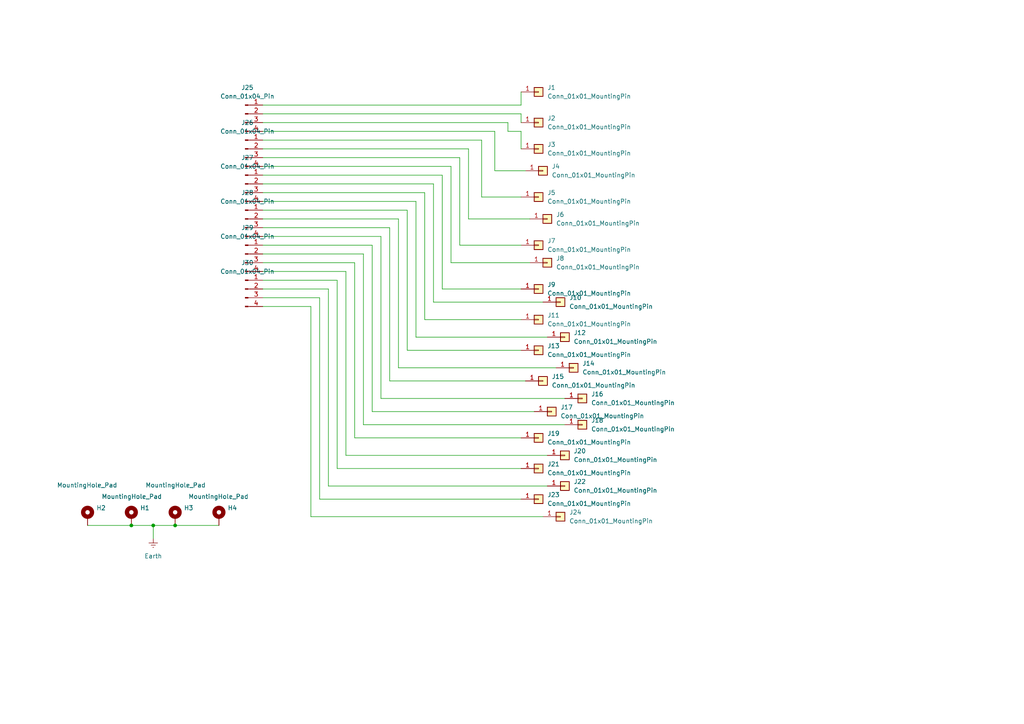
<source format=kicad_sch>
(kicad_sch
	(version 20231120)
	(generator "eeschema")
	(generator_version "8.0")
	(uuid "48c4b2a5-761f-4e4d-ab22-a6c329fe71ab")
	(paper "A4")
	(title_block
		(title "Lower POGO Design")
		(date "2024-06-07")
		(rev "3")
		(company "QATCH Technologies LLC")
		(comment 1 "Author: Alexander J. Ross")
	)
	(lib_symbols
		(symbol "Connector:Conn_01x04_Pin"
			(pin_names
				(offset 1.016) hide)
			(exclude_from_sim no)
			(in_bom yes)
			(on_board yes)
			(property "Reference" "J"
				(at 0 5.08 0)
				(effects
					(font
						(size 1.27 1.27)
					)
				)
			)
			(property "Value" "Conn_01x04_Pin"
				(at 0 -7.62 0)
				(effects
					(font
						(size 1.27 1.27)
					)
				)
			)
			(property "Footprint" ""
				(at 0 0 0)
				(effects
					(font
						(size 1.27 1.27)
					)
					(hide yes)
				)
			)
			(property "Datasheet" "~"
				(at 0 0 0)
				(effects
					(font
						(size 1.27 1.27)
					)
					(hide yes)
				)
			)
			(property "Description" "Generic connector, single row, 01x04, script generated"
				(at 0 0 0)
				(effects
					(font
						(size 1.27 1.27)
					)
					(hide yes)
				)
			)
			(property "ki_locked" ""
				(at 0 0 0)
				(effects
					(font
						(size 1.27 1.27)
					)
				)
			)
			(property "ki_keywords" "connector"
				(at 0 0 0)
				(effects
					(font
						(size 1.27 1.27)
					)
					(hide yes)
				)
			)
			(property "ki_fp_filters" "Connector*:*_1x??_*"
				(at 0 0 0)
				(effects
					(font
						(size 1.27 1.27)
					)
					(hide yes)
				)
			)
			(symbol "Conn_01x04_Pin_1_1"
				(polyline
					(pts
						(xy 1.27 -5.08) (xy 0.8636 -5.08)
					)
					(stroke
						(width 0.1524)
						(type default)
					)
					(fill
						(type none)
					)
				)
				(polyline
					(pts
						(xy 1.27 -2.54) (xy 0.8636 -2.54)
					)
					(stroke
						(width 0.1524)
						(type default)
					)
					(fill
						(type none)
					)
				)
				(polyline
					(pts
						(xy 1.27 0) (xy 0.8636 0)
					)
					(stroke
						(width 0.1524)
						(type default)
					)
					(fill
						(type none)
					)
				)
				(polyline
					(pts
						(xy 1.27 2.54) (xy 0.8636 2.54)
					)
					(stroke
						(width 0.1524)
						(type default)
					)
					(fill
						(type none)
					)
				)
				(rectangle
					(start 0.8636 -4.953)
					(end 0 -5.207)
					(stroke
						(width 0.1524)
						(type default)
					)
					(fill
						(type outline)
					)
				)
				(rectangle
					(start 0.8636 -2.413)
					(end 0 -2.667)
					(stroke
						(width 0.1524)
						(type default)
					)
					(fill
						(type outline)
					)
				)
				(rectangle
					(start 0.8636 0.127)
					(end 0 -0.127)
					(stroke
						(width 0.1524)
						(type default)
					)
					(fill
						(type outline)
					)
				)
				(rectangle
					(start 0.8636 2.667)
					(end 0 2.413)
					(stroke
						(width 0.1524)
						(type default)
					)
					(fill
						(type outline)
					)
				)
				(pin passive line
					(at 5.08 2.54 180)
					(length 3.81)
					(name "Pin_1"
						(effects
							(font
								(size 1.27 1.27)
							)
						)
					)
					(number "1"
						(effects
							(font
								(size 1.27 1.27)
							)
						)
					)
				)
				(pin passive line
					(at 5.08 0 180)
					(length 3.81)
					(name "Pin_2"
						(effects
							(font
								(size 1.27 1.27)
							)
						)
					)
					(number "2"
						(effects
							(font
								(size 1.27 1.27)
							)
						)
					)
				)
				(pin passive line
					(at 5.08 -2.54 180)
					(length 3.81)
					(name "Pin_3"
						(effects
							(font
								(size 1.27 1.27)
							)
						)
					)
					(number "3"
						(effects
							(font
								(size 1.27 1.27)
							)
						)
					)
				)
				(pin passive line
					(at 5.08 -5.08 180)
					(length 3.81)
					(name "Pin_4"
						(effects
							(font
								(size 1.27 1.27)
							)
						)
					)
					(number "4"
						(effects
							(font
								(size 1.27 1.27)
							)
						)
					)
				)
			)
		)
		(symbol "Connector_Generic:Conn_01x01"
			(pin_names
				(offset 1.016) hide)
			(exclude_from_sim no)
			(in_bom yes)
			(on_board yes)
			(property "Reference" "J"
				(at 0 2.54 0)
				(effects
					(font
						(size 1.27 1.27)
					)
				)
			)
			(property "Value" "Conn_01x01"
				(at 0 -2.54 0)
				(effects
					(font
						(size 1.27 1.27)
					)
				)
			)
			(property "Footprint" ""
				(at 0 0 0)
				(effects
					(font
						(size 1.27 1.27)
					)
					(hide yes)
				)
			)
			(property "Datasheet" "~"
				(at 0 0 0)
				(effects
					(font
						(size 1.27 1.27)
					)
					(hide yes)
				)
			)
			(property "Description" "Generic connector, single row, 01x01, script generated (kicad-library-utils/schlib/autogen/connector/)"
				(at 0 0 0)
				(effects
					(font
						(size 1.27 1.27)
					)
					(hide yes)
				)
			)
			(property "ki_keywords" "connector"
				(at 0 0 0)
				(effects
					(font
						(size 1.27 1.27)
					)
					(hide yes)
				)
			)
			(property "ki_fp_filters" "Connector*:*_1x??_*"
				(at 0 0 0)
				(effects
					(font
						(size 1.27 1.27)
					)
					(hide yes)
				)
			)
			(symbol "Conn_01x01_1_1"
				(rectangle
					(start -1.27 0.127)
					(end 0 -0.127)
					(stroke
						(width 0.1524)
						(type default)
					)
					(fill
						(type none)
					)
				)
				(rectangle
					(start -1.27 1.27)
					(end 1.27 -1.27)
					(stroke
						(width 0.254)
						(type default)
					)
					(fill
						(type background)
					)
				)
				(pin passive line
					(at -5.08 0 0)
					(length 3.81)
					(name "Pin_1"
						(effects
							(font
								(size 1.27 1.27)
							)
						)
					)
					(number "1"
						(effects
							(font
								(size 1.27 1.27)
							)
						)
					)
				)
			)
		)
		(symbol "Mechanical:MountingHole_Pad"
			(pin_numbers hide)
			(pin_names
				(offset 1.016) hide)
			(exclude_from_sim yes)
			(in_bom no)
			(on_board yes)
			(property "Reference" "H"
				(at 0 6.35 0)
				(effects
					(font
						(size 1.27 1.27)
					)
				)
			)
			(property "Value" "MountingHole_Pad"
				(at 0 4.445 0)
				(effects
					(font
						(size 1.27 1.27)
					)
				)
			)
			(property "Footprint" ""
				(at 0 0 0)
				(effects
					(font
						(size 1.27 1.27)
					)
					(hide yes)
				)
			)
			(property "Datasheet" "~"
				(at 0 0 0)
				(effects
					(font
						(size 1.27 1.27)
					)
					(hide yes)
				)
			)
			(property "Description" "Mounting Hole with connection"
				(at 0 0 0)
				(effects
					(font
						(size 1.27 1.27)
					)
					(hide yes)
				)
			)
			(property "ki_keywords" "mounting hole"
				(at 0 0 0)
				(effects
					(font
						(size 1.27 1.27)
					)
					(hide yes)
				)
			)
			(property "ki_fp_filters" "MountingHole*Pad*"
				(at 0 0 0)
				(effects
					(font
						(size 1.27 1.27)
					)
					(hide yes)
				)
			)
			(symbol "MountingHole_Pad_0_1"
				(circle
					(center 0 1.27)
					(radius 1.27)
					(stroke
						(width 1.27)
						(type default)
					)
					(fill
						(type none)
					)
				)
			)
			(symbol "MountingHole_Pad_1_1"
				(pin input line
					(at 0 -2.54 90)
					(length 2.54)
					(name "1"
						(effects
							(font
								(size 1.27 1.27)
							)
						)
					)
					(number "1"
						(effects
							(font
								(size 1.27 1.27)
							)
						)
					)
				)
			)
		)
		(symbol "power:Earth"
			(power)
			(pin_numbers hide)
			(pin_names
				(offset 0) hide)
			(exclude_from_sim no)
			(in_bom yes)
			(on_board yes)
			(property "Reference" "#PWR"
				(at 0 -6.35 0)
				(effects
					(font
						(size 1.27 1.27)
					)
					(hide yes)
				)
			)
			(property "Value" "Earth"
				(at 0 -3.81 0)
				(effects
					(font
						(size 1.27 1.27)
					)
				)
			)
			(property "Footprint" ""
				(at 0 0 0)
				(effects
					(font
						(size 1.27 1.27)
					)
					(hide yes)
				)
			)
			(property "Datasheet" "~"
				(at 0 0 0)
				(effects
					(font
						(size 1.27 1.27)
					)
					(hide yes)
				)
			)
			(property "Description" "Power symbol creates a global label with name \"Earth\""
				(at 0 0 0)
				(effects
					(font
						(size 1.27 1.27)
					)
					(hide yes)
				)
			)
			(property "ki_keywords" "global ground gnd"
				(at 0 0 0)
				(effects
					(font
						(size 1.27 1.27)
					)
					(hide yes)
				)
			)
			(symbol "Earth_0_1"
				(polyline
					(pts
						(xy -0.635 -1.905) (xy 0.635 -1.905)
					)
					(stroke
						(width 0)
						(type default)
					)
					(fill
						(type none)
					)
				)
				(polyline
					(pts
						(xy -0.127 -2.54) (xy 0.127 -2.54)
					)
					(stroke
						(width 0)
						(type default)
					)
					(fill
						(type none)
					)
				)
				(polyline
					(pts
						(xy 0 -1.27) (xy 0 0)
					)
					(stroke
						(width 0)
						(type default)
					)
					(fill
						(type none)
					)
				)
				(polyline
					(pts
						(xy 1.27 -1.27) (xy -1.27 -1.27)
					)
					(stroke
						(width 0)
						(type default)
					)
					(fill
						(type none)
					)
				)
			)
			(symbol "Earth_1_1"
				(pin power_in line
					(at 0 0 270)
					(length 0)
					(name "~"
						(effects
							(font
								(size 1.27 1.27)
							)
						)
					)
					(number "1"
						(effects
							(font
								(size 1.27 1.27)
							)
						)
					)
				)
			)
		)
	)
	(junction
		(at 50.8 152.4)
		(diameter 0)
		(color 0 0 0 0)
		(uuid "1f578e53-fb4e-4985-bda9-d88e5846cb67")
	)
	(junction
		(at 44.45 152.4)
		(diameter 0)
		(color 0 0 0 0)
		(uuid "7de3b6e9-f199-4c51-93a3-7a0dd9d72715")
	)
	(junction
		(at 38.1 152.4)
		(diameter 0)
		(color 0 0 0 0)
		(uuid "8d9b4b07-bb33-4197-a02b-c2da6cbc2dbf")
	)
	(wire
		(pts
			(xy 76.2 63.5) (xy 115.57 63.5)
		)
		(stroke
			(width 0)
			(type default)
		)
		(uuid "0423da69-89dc-4546-a924-5e41126fa8a9")
	)
	(wire
		(pts
			(xy 76.2 40.64) (xy 139.7 40.64)
		)
		(stroke
			(width 0)
			(type default)
		)
		(uuid "07588c32-5a53-439f-927e-48340f90796b")
	)
	(wire
		(pts
			(xy 76.2 43.18) (xy 135.89 43.18)
		)
		(stroke
			(width 0)
			(type default)
		)
		(uuid "07a8e689-fcd2-4df3-b1e0-01e3ed91fe0d")
	)
	(wire
		(pts
			(xy 107.95 71.12) (xy 107.95 119.38)
		)
		(stroke
			(width 0)
			(type default)
		)
		(uuid "0a8d4af5-02bf-4647-b272-28655cd7b41f")
	)
	(wire
		(pts
			(xy 76.2 66.04) (xy 113.03 66.04)
		)
		(stroke
			(width 0)
			(type default)
		)
		(uuid "0c3ed2bb-c46a-46ab-bea6-b12503ef2f77")
	)
	(wire
		(pts
			(xy 76.2 58.42) (xy 120.65 58.42)
		)
		(stroke
			(width 0)
			(type default)
		)
		(uuid "0de67674-5812-4292-92dc-bc77ea43f6a6")
	)
	(wire
		(pts
			(xy 44.45 152.4) (xy 50.8 152.4)
		)
		(stroke
			(width 0)
			(type default)
		)
		(uuid "0f903046-1779-4a9e-ae1c-e36155b3bc02")
	)
	(wire
		(pts
			(xy 151.13 38.1) (xy 147.32 38.1)
		)
		(stroke
			(width 0)
			(type default)
		)
		(uuid "116c243c-f8b3-4cae-ba56-36b9f2dbc158")
	)
	(wire
		(pts
			(xy 76.2 68.58) (xy 110.49 68.58)
		)
		(stroke
			(width 0)
			(type default)
		)
		(uuid "13d31871-6473-4748-b4af-31c19da74e7a")
	)
	(wire
		(pts
			(xy 133.35 45.72) (xy 133.35 71.12)
		)
		(stroke
			(width 0)
			(type default)
		)
		(uuid "148efbb7-953d-4105-8fa1-506b72e82ab8")
	)
	(wire
		(pts
			(xy 92.71 86.36) (xy 92.71 144.78)
		)
		(stroke
			(width 0)
			(type default)
		)
		(uuid "171b9d72-46ca-4d6d-a9a3-3b9cf5c0ee0f")
	)
	(wire
		(pts
			(xy 76.2 30.48) (xy 151.13 30.48)
		)
		(stroke
			(width 0)
			(type default)
		)
		(uuid "1835f80c-8167-4d48-8820-70683f27b5a9")
	)
	(wire
		(pts
			(xy 139.7 57.15) (xy 151.13 57.15)
		)
		(stroke
			(width 0)
			(type default)
		)
		(uuid "1895dd6b-26af-448a-a1d3-d3cc847d6019")
	)
	(wire
		(pts
			(xy 76.2 38.1) (xy 143.51 38.1)
		)
		(stroke
			(width 0)
			(type default)
		)
		(uuid "1c5c5699-c5c6-4d19-b0ee-722a3a22a648")
	)
	(wire
		(pts
			(xy 76.2 86.36) (xy 92.71 86.36)
		)
		(stroke
			(width 0)
			(type default)
		)
		(uuid "203a6d36-a516-4b11-be81-cef3170c18f4")
	)
	(wire
		(pts
			(xy 90.17 88.9) (xy 90.17 149.86)
		)
		(stroke
			(width 0)
			(type default)
		)
		(uuid "215ea6d4-7074-46db-82fa-f7a53431936a")
	)
	(wire
		(pts
			(xy 44.45 152.4) (xy 44.45 156.21)
		)
		(stroke
			(width 0)
			(type default)
		)
		(uuid "24f12ab4-119e-47e4-9728-4337caf09245")
	)
	(wire
		(pts
			(xy 76.2 71.12) (xy 107.95 71.12)
		)
		(stroke
			(width 0)
			(type default)
		)
		(uuid "2bf44e79-3439-43af-92d1-4fee86c392c6")
	)
	(wire
		(pts
			(xy 115.57 106.68) (xy 161.29 106.68)
		)
		(stroke
			(width 0)
			(type default)
		)
		(uuid "2dae78db-7087-4ca1-b995-7d1ec06b6b29")
	)
	(wire
		(pts
			(xy 113.03 110.49) (xy 152.4 110.49)
		)
		(stroke
			(width 0)
			(type default)
		)
		(uuid "2e8c0ffa-1393-44f5-8069-549fcd19b5f1")
	)
	(wire
		(pts
			(xy 90.17 149.86) (xy 157.48 149.86)
		)
		(stroke
			(width 0)
			(type default)
		)
		(uuid "3828d360-f611-4134-ab93-2c610929b14c")
	)
	(wire
		(pts
			(xy 25.4 152.4) (xy 38.1 152.4)
		)
		(stroke
			(width 0)
			(type default)
		)
		(uuid "40c5cc22-c8d7-41d3-97f8-5ee575f4cc52")
	)
	(wire
		(pts
			(xy 113.03 66.04) (xy 113.03 110.49)
		)
		(stroke
			(width 0)
			(type default)
		)
		(uuid "4163f8ba-57e1-497d-9400-67d92d1c7114")
	)
	(wire
		(pts
			(xy 133.35 71.12) (xy 151.13 71.12)
		)
		(stroke
			(width 0)
			(type default)
		)
		(uuid "43d4eea3-74ea-4657-9823-dbf4536bb1ea")
	)
	(wire
		(pts
			(xy 128.27 50.8) (xy 128.27 83.82)
		)
		(stroke
			(width 0)
			(type default)
		)
		(uuid "49b43716-58e5-4b16-8d07-5ad6af5686bb")
	)
	(wire
		(pts
			(xy 139.7 40.64) (xy 139.7 57.15)
		)
		(stroke
			(width 0)
			(type default)
		)
		(uuid "4f18e179-76ca-4c7e-a54e-8a767c9ed76b")
	)
	(wire
		(pts
			(xy 153.67 76.2) (xy 130.81 76.2)
		)
		(stroke
			(width 0)
			(type default)
		)
		(uuid "4f7a3e0c-93c9-40d2-843b-8e93b7553d31")
	)
	(wire
		(pts
			(xy 125.73 53.34) (xy 125.73 87.63)
		)
		(stroke
			(width 0)
			(type default)
		)
		(uuid "590889e9-8bc8-4ede-861f-cf069d5e92d9")
	)
	(wire
		(pts
			(xy 95.25 140.97) (xy 158.75 140.97)
		)
		(stroke
			(width 0)
			(type default)
		)
		(uuid "5b191710-6363-4561-a982-421d126c06d3")
	)
	(wire
		(pts
			(xy 76.2 60.96) (xy 118.11 60.96)
		)
		(stroke
			(width 0)
			(type default)
		)
		(uuid "5ece4267-b001-4f36-9157-dc134d36532d")
	)
	(wire
		(pts
			(xy 130.81 76.2) (xy 130.81 48.26)
		)
		(stroke
			(width 0)
			(type default)
		)
		(uuid "68f427c3-b449-4055-b428-df12278c5297")
	)
	(wire
		(pts
			(xy 97.79 135.89) (xy 151.13 135.89)
		)
		(stroke
			(width 0)
			(type default)
		)
		(uuid "6ce583d8-880f-41c4-93be-fcfa4a2b3e8e")
	)
	(wire
		(pts
			(xy 102.87 76.2) (xy 102.87 127)
		)
		(stroke
			(width 0)
			(type default)
		)
		(uuid "6e0aa9f8-f4e0-4cd7-bba6-044f365e1a27")
	)
	(wire
		(pts
			(xy 118.11 60.96) (xy 118.11 101.6)
		)
		(stroke
			(width 0)
			(type default)
		)
		(uuid "6f0b78eb-6a2d-4369-89d7-c70105e90db8")
	)
	(wire
		(pts
			(xy 110.49 115.57) (xy 163.83 115.57)
		)
		(stroke
			(width 0)
			(type default)
		)
		(uuid "71cd0c9e-69a4-4123-b393-ee56a62b20b6")
	)
	(wire
		(pts
			(xy 158.75 132.08) (xy 100.33 132.08)
		)
		(stroke
			(width 0)
			(type default)
		)
		(uuid "724b3d17-520e-478b-847c-b8ec78203211")
	)
	(wire
		(pts
			(xy 97.79 81.28) (xy 97.79 135.89)
		)
		(stroke
			(width 0)
			(type default)
		)
		(uuid "736790c1-1687-4412-b949-cf33c6126138")
	)
	(wire
		(pts
			(xy 123.19 92.71) (xy 151.13 92.71)
		)
		(stroke
			(width 0)
			(type default)
		)
		(uuid "770b3687-21e0-4bc2-a069-c8254568c146")
	)
	(wire
		(pts
			(xy 105.41 123.19) (xy 163.83 123.19)
		)
		(stroke
			(width 0)
			(type default)
		)
		(uuid "81d6a91f-dfa2-4f4c-a406-7332d33c081f")
	)
	(wire
		(pts
			(xy 118.11 101.6) (xy 151.13 101.6)
		)
		(stroke
			(width 0)
			(type default)
		)
		(uuid "8778cc06-280d-4241-a20d-2f8cc55361df")
	)
	(wire
		(pts
			(xy 76.2 45.72) (xy 133.35 45.72)
		)
		(stroke
			(width 0)
			(type default)
		)
		(uuid "8ee7dade-b7e6-4679-a57e-aa94cba37a3b")
	)
	(wire
		(pts
			(xy 76.2 88.9) (xy 90.17 88.9)
		)
		(stroke
			(width 0)
			(type default)
		)
		(uuid "8fb1de29-c89f-4072-8c35-d6710b4f9a5e")
	)
	(wire
		(pts
			(xy 107.95 119.38) (xy 154.94 119.38)
		)
		(stroke
			(width 0)
			(type default)
		)
		(uuid "9008bfca-8c15-42d6-b791-53fd7b7e3fec")
	)
	(wire
		(pts
			(xy 115.57 63.5) (xy 115.57 106.68)
		)
		(stroke
			(width 0)
			(type default)
		)
		(uuid "92aa889d-1a71-4226-ac85-2416a4b74883")
	)
	(wire
		(pts
			(xy 120.65 97.79) (xy 158.75 97.79)
		)
		(stroke
			(width 0)
			(type default)
		)
		(uuid "9b0e35dc-e1e8-49f7-b2a5-7c823ea56631")
	)
	(wire
		(pts
			(xy 147.32 38.1) (xy 147.32 35.56)
		)
		(stroke
			(width 0)
			(type default)
		)
		(uuid "9d9d56b7-c8ff-4080-a252-9b9f4b833a01")
	)
	(wire
		(pts
			(xy 76.2 76.2) (xy 102.87 76.2)
		)
		(stroke
			(width 0)
			(type default)
		)
		(uuid "9e3ecae9-ba4e-4bc4-88d5-2e4970b3799c")
	)
	(wire
		(pts
			(xy 110.49 68.58) (xy 110.49 115.57)
		)
		(stroke
			(width 0)
			(type default)
		)
		(uuid "a294a535-3827-4f11-bac8-fc625c5b0344")
	)
	(wire
		(pts
			(xy 92.71 144.78) (xy 151.13 144.78)
		)
		(stroke
			(width 0)
			(type default)
		)
		(uuid "a3aff120-eb2d-490e-a0db-fafa75061158")
	)
	(wire
		(pts
			(xy 135.89 63.5) (xy 153.67 63.5)
		)
		(stroke
			(width 0)
			(type default)
		)
		(uuid "a6183b51-3538-487e-923c-9f3dc0933557")
	)
	(wire
		(pts
			(xy 130.81 48.26) (xy 76.2 48.26)
		)
		(stroke
			(width 0)
			(type default)
		)
		(uuid "ab7af45a-dc4f-42dc-991a-b246abbefad7")
	)
	(wire
		(pts
			(xy 76.2 78.74) (xy 100.33 78.74)
		)
		(stroke
			(width 0)
			(type default)
		)
		(uuid "b054f610-1a21-4abb-8574-a63feed3be98")
	)
	(wire
		(pts
			(xy 151.13 127) (xy 102.87 127)
		)
		(stroke
			(width 0)
			(type default)
		)
		(uuid "b222d17a-577a-4dc5-8890-6d838ee5f1a9")
	)
	(wire
		(pts
			(xy 151.13 33.02) (xy 151.13 35.56)
		)
		(stroke
			(width 0)
			(type default)
		)
		(uuid "b3f33766-4e81-460b-8897-a6c699e35038")
	)
	(wire
		(pts
			(xy 128.27 83.82) (xy 151.13 83.82)
		)
		(stroke
			(width 0)
			(type default)
		)
		(uuid "b7144742-3eea-4408-9cd9-894d08bacf79")
	)
	(wire
		(pts
			(xy 125.73 87.63) (xy 157.48 87.63)
		)
		(stroke
			(width 0)
			(type default)
		)
		(uuid "b89a2c5a-0535-4164-87ee-24cde82e110d")
	)
	(wire
		(pts
			(xy 120.65 58.42) (xy 120.65 97.79)
		)
		(stroke
			(width 0)
			(type default)
		)
		(uuid "bd9c62cc-5d2b-42de-b251-ab7fdb373fcd")
	)
	(wire
		(pts
			(xy 76.2 50.8) (xy 128.27 50.8)
		)
		(stroke
			(width 0)
			(type default)
		)
		(uuid "c6f70bae-a632-4bca-9333-c564c56b3b5c")
	)
	(wire
		(pts
			(xy 143.51 49.53) (xy 152.4 49.53)
		)
		(stroke
			(width 0)
			(type default)
		)
		(uuid "c74f7dad-cafa-4332-9419-7ed6a57a0f42")
	)
	(wire
		(pts
			(xy 76.2 83.82) (xy 95.25 83.82)
		)
		(stroke
			(width 0)
			(type default)
		)
		(uuid "c9013f3a-8ed1-4e0b-85c2-b476ffe6364c")
	)
	(wire
		(pts
			(xy 76.2 53.34) (xy 125.73 53.34)
		)
		(stroke
			(width 0)
			(type default)
		)
		(uuid "cc089410-1bd2-4565-a995-daeec762102f")
	)
	(wire
		(pts
			(xy 123.19 55.88) (xy 123.19 92.71)
		)
		(stroke
			(width 0)
			(type default)
		)
		(uuid "d01a2e98-3c2f-4a16-bcc8-f0dce0c97b70")
	)
	(wire
		(pts
			(xy 95.25 83.82) (xy 95.25 140.97)
		)
		(stroke
			(width 0)
			(type default)
		)
		(uuid "d0441205-87c4-4e46-ad9e-671e8d519e69")
	)
	(wire
		(pts
			(xy 76.2 73.66) (xy 105.41 73.66)
		)
		(stroke
			(width 0)
			(type default)
		)
		(uuid "d32a369e-26a0-492d-a1a7-27d1d59ebbb6")
	)
	(wire
		(pts
			(xy 143.51 38.1) (xy 143.51 49.53)
		)
		(stroke
			(width 0)
			(type default)
		)
		(uuid "d5cd5a62-9af8-4e70-91d8-3b89af8bff38")
	)
	(wire
		(pts
			(xy 105.41 73.66) (xy 105.41 123.19)
		)
		(stroke
			(width 0)
			(type default)
		)
		(uuid "d7768643-1221-4f56-b588-9d4fa6233be8")
	)
	(wire
		(pts
			(xy 50.8 152.4) (xy 63.5 152.4)
		)
		(stroke
			(width 0)
			(type default)
		)
		(uuid "d9af30cc-51a6-40ea-b682-6e11841a9754")
	)
	(wire
		(pts
			(xy 76.2 81.28) (xy 97.79 81.28)
		)
		(stroke
			(width 0)
			(type default)
		)
		(uuid "dba423e6-4734-4f24-849f-e315955da2e5")
	)
	(wire
		(pts
			(xy 100.33 132.08) (xy 100.33 78.74)
		)
		(stroke
			(width 0)
			(type default)
		)
		(uuid "dead91e7-4943-4728-ae0d-6c587a39a2b7")
	)
	(wire
		(pts
			(xy 38.1 152.4) (xy 44.45 152.4)
		)
		(stroke
			(width 0)
			(type default)
		)
		(uuid "dffc27fc-6eab-4405-86a9-b97670dfa8c0")
	)
	(wire
		(pts
			(xy 76.2 33.02) (xy 151.13 33.02)
		)
		(stroke
			(width 0)
			(type default)
		)
		(uuid "e6aa957d-c41b-4c54-ab12-3f551d0924fc")
	)
	(wire
		(pts
			(xy 147.32 35.56) (xy 76.2 35.56)
		)
		(stroke
			(width 0)
			(type default)
		)
		(uuid "e7909d8b-b62d-4493-b791-3c8877c78071")
	)
	(wire
		(pts
			(xy 76.2 55.88) (xy 123.19 55.88)
		)
		(stroke
			(width 0)
			(type default)
		)
		(uuid "f0a227e1-34bc-474b-966d-f05525fa6d48")
	)
	(wire
		(pts
			(xy 135.89 43.18) (xy 135.89 63.5)
		)
		(stroke
			(width 0)
			(type default)
		)
		(uuid "fc364e32-92e1-406a-a88d-847bd8ecbf3a")
	)
	(wire
		(pts
			(xy 151.13 30.48) (xy 151.13 26.67)
		)
		(stroke
			(width 0)
			(type default)
		)
		(uuid "fc572057-1522-4cc2-a4f0-fc4c6ef03a0d")
	)
	(wire
		(pts
			(xy 151.13 43.18) (xy 151.13 38.1)
		)
		(stroke
			(width 0)
			(type default)
		)
		(uuid "fdc343ac-7290-48fa-8eda-7f457368147a")
	)
	(symbol
		(lib_id "Mechanical:MountingHole_Pad")
		(at 25.4 149.86 0)
		(unit 1)
		(exclude_from_sim yes)
		(in_bom no)
		(on_board yes)
		(dnp no)
		(uuid "053ef805-2b56-4f1f-b450-5d824b383860")
		(property "Reference" "H2"
			(at 27.94 147.3199 0)
			(effects
				(font
					(size 1.27 1.27)
				)
				(justify left)
			)
		)
		(property "Value" "MountingHole_Pad"
			(at 16.51 140.716 0)
			(effects
				(font
					(size 1.27 1.27)
				)
				(justify left)
			)
		)
		(property "Footprint" "MountingHole:MountingHole_3.2mm_M3_DIN965_Pad_TopBottom"
			(at 25.4 149.86 0)
			(effects
				(font
					(size 1.27 1.27)
				)
				(hide yes)
			)
		)
		(property "Datasheet" "~"
			(at 25.4 149.86 0)
			(effects
				(font
					(size 1.27 1.27)
				)
				(hide yes)
			)
		)
		(property "Description" "Mounting Hole with connection"
			(at 25.4 149.86 0)
			(effects
				(font
					(size 1.27 1.27)
				)
				(hide yes)
			)
		)
		(pin "1"
			(uuid "1e3d4fed-88dc-471f-b083-0d3c0f2e7d1b")
		)
		(instances
			(project "LowerPOGO"
				(path "/48c4b2a5-761f-4e4d-ab22-a6c329fe71ab"
					(reference "H2")
					(unit 1)
				)
			)
		)
	)
	(symbol
		(lib_id "Connector_Generic:Conn_01x01")
		(at 162.56 149.86 0)
		(unit 1)
		(exclude_from_sim no)
		(in_bom yes)
		(on_board yes)
		(dnp no)
		(fields_autoplaced yes)
		(uuid "06222014-3442-40da-a951-a6c321356274")
		(property "Reference" "J24"
			(at 165.1 148.5899 0)
			(effects
				(font
					(size 1.27 1.27)
				)
				(justify left)
			)
		)
		(property "Value" "Conn_01x01_MountingPin"
			(at 165.1 151.1299 0)
			(effects
				(font
					(size 1.27 1.27)
				)
				(justify left)
			)
		)
		(property "Footprint" "Connector_PinHeader_2.54mm:PinHeader_1x01_D2.54mm_Vertical_PogoPin"
			(at 162.56 149.86 0)
			(effects
				(font
					(size 1.27 1.27)
				)
				(hide yes)
			)
		)
		(property "Datasheet" "~"
			(at 162.56 149.86 0)
			(effects
				(font
					(size 1.27 1.27)
				)
				(hide yes)
			)
		)
		(property "Description" "Generic connector, single row, 01x01, script generated (kicad-library-utils/schlib/autogen/connector/)"
			(at 162.56 149.86 0)
			(effects
				(font
					(size 1.27 1.27)
				)
				(hide yes)
			)
		)
		(pin "1"
			(uuid "85dddd2f-bbfd-4d20-b446-19cf652d087f")
		)
		(instances
			(project "LowerPOGO"
				(path "/48c4b2a5-761f-4e4d-ab22-a6c329fe71ab"
					(reference "J24")
					(unit 1)
				)
			)
		)
	)
	(symbol
		(lib_id "Connector_Generic:Conn_01x01")
		(at 156.21 144.78 0)
		(unit 1)
		(exclude_from_sim no)
		(in_bom yes)
		(on_board yes)
		(dnp no)
		(fields_autoplaced yes)
		(uuid "06a971b3-1858-4bce-b7c1-54a66322bf35")
		(property "Reference" "J23"
			(at 158.75 143.5099 0)
			(effects
				(font
					(size 1.27 1.27)
				)
				(justify left)
			)
		)
		(property "Value" "Conn_01x01_MountingPin"
			(at 158.75 146.0499 0)
			(effects
				(font
					(size 1.27 1.27)
				)
				(justify left)
			)
		)
		(property "Footprint" "Connector_PinHeader_2.54mm:PinHeader_1x01_D2.54mm_Vertical_PogoPin"
			(at 156.21 144.78 0)
			(effects
				(font
					(size 1.27 1.27)
				)
				(hide yes)
			)
		)
		(property "Datasheet" "~"
			(at 156.21 144.78 0)
			(effects
				(font
					(size 1.27 1.27)
				)
				(hide yes)
			)
		)
		(property "Description" "Generic connector, single row, 01x01, script generated (kicad-library-utils/schlib/autogen/connector/)"
			(at 156.21 144.78 0)
			(effects
				(font
					(size 1.27 1.27)
				)
				(hide yes)
			)
		)
		(pin "1"
			(uuid "85dddd2f-bbfd-4d20-b446-19cf652d0880")
		)
		(instances
			(project "LowerPOGO"
				(path "/48c4b2a5-761f-4e4d-ab22-a6c329fe71ab"
					(reference "J23")
					(unit 1)
				)
			)
		)
	)
	(symbol
		(lib_id "Connector_Generic:Conn_01x01")
		(at 163.83 97.79 0)
		(unit 1)
		(exclude_from_sim no)
		(in_bom yes)
		(on_board yes)
		(dnp no)
		(fields_autoplaced yes)
		(uuid "16be6bee-ad6a-4237-a919-2d03d04d333b")
		(property "Reference" "J12"
			(at 166.37 96.5199 0)
			(effects
				(font
					(size 1.27 1.27)
				)
				(justify left)
			)
		)
		(property "Value" "Conn_01x01_MountingPin"
			(at 166.37 99.0599 0)
			(effects
				(font
					(size 1.27 1.27)
				)
				(justify left)
			)
		)
		(property "Footprint" "Connector_PinHeader_2.54mm:PinHeader_1x01_D2.54mm_Vertical_PogoPin"
			(at 163.83 97.79 0)
			(effects
				(font
					(size 1.27 1.27)
				)
				(hide yes)
			)
		)
		(property "Datasheet" "~"
			(at 163.83 97.79 0)
			(effects
				(font
					(size 1.27 1.27)
				)
				(hide yes)
			)
		)
		(property "Description" "Generic connector, single row, 01x01, script generated (kicad-library-utils/schlib/autogen/connector/)"
			(at 163.83 97.79 0)
			(effects
				(font
					(size 1.27 1.27)
				)
				(hide yes)
			)
		)
		(pin "1"
			(uuid "85dddd2f-bbfd-4d20-b446-19cf652d0881")
		)
		(instances
			(project "LowerPOGO"
				(path "/48c4b2a5-761f-4e4d-ab22-a6c329fe71ab"
					(reference "J12")
					(unit 1)
				)
			)
		)
	)
	(symbol
		(lib_id "power:Earth")
		(at 44.45 156.21 0)
		(unit 1)
		(exclude_from_sim no)
		(in_bom yes)
		(on_board yes)
		(dnp no)
		(fields_autoplaced yes)
		(uuid "20e9c1b9-d725-43e4-8702-46c2deac5f89")
		(property "Reference" "#PWR02"
			(at 44.45 162.56 0)
			(effects
				(font
					(size 1.27 1.27)
				)
				(hide yes)
			)
		)
		(property "Value" "Earth"
			(at 44.45 161.29 0)
			(effects
				(font
					(size 1.27 1.27)
				)
			)
		)
		(property "Footprint" ""
			(at 44.45 156.21 0)
			(effects
				(font
					(size 1.27 1.27)
				)
				(hide yes)
			)
		)
		(property "Datasheet" "~"
			(at 44.45 156.21 0)
			(effects
				(font
					(size 1.27 1.27)
				)
				(hide yes)
			)
		)
		(property "Description" "Power symbol creates a global label with name \"Earth\""
			(at 44.45 156.21 0)
			(effects
				(font
					(size 1.27 1.27)
				)
				(hide yes)
			)
		)
		(pin "1"
			(uuid "c2aaff6b-23d9-41a7-9746-c7415d6db0ad")
		)
		(instances
			(project "LowerPOGO"
				(path "/48c4b2a5-761f-4e4d-ab22-a6c329fe71ab"
					(reference "#PWR02")
					(unit 1)
				)
			)
		)
	)
	(symbol
		(lib_id "Connector:Conn_01x04_Pin")
		(at 71.12 33.02 0)
		(unit 1)
		(exclude_from_sim no)
		(in_bom yes)
		(on_board yes)
		(dnp no)
		(fields_autoplaced yes)
		(uuid "2ccf8d5c-6a46-45f3-ba29-02d1ad4aee66")
		(property "Reference" "J25"
			(at 71.755 25.4 0)
			(effects
				(font
					(size 1.27 1.27)
				)
			)
		)
		(property "Value" "Conn_01x04_Pin"
			(at 71.755 27.94 0)
			(effects
				(font
					(size 1.27 1.27)
				)
			)
		)
		(property "Footprint" "Connector_PinSocket_2.54mm:PinSocket_1x04_P2.54mm_Horizontal"
			(at 71.12 33.02 0)
			(effects
				(font
					(size 1.27 1.27)
				)
				(hide yes)
			)
		)
		(property "Datasheet" "~"
			(at 71.12 33.02 0)
			(effects
				(font
					(size 1.27 1.27)
				)
				(hide yes)
			)
		)
		(property "Description" "Generic connector, single row, 01x04, script generated"
			(at 71.12 33.02 0)
			(effects
				(font
					(size 1.27 1.27)
				)
				(hide yes)
			)
		)
		(pin "1"
			(uuid "7a4f841e-fa1c-4547-a214-fbf4f3de0520")
		)
		(pin "2"
			(uuid "a8f11f93-0f58-4f85-a171-7d62c71ad709")
		)
		(pin "4"
			(uuid "be0f6ad9-126b-4381-9101-18c7f3b174a9")
		)
		(pin "3"
			(uuid "9bce7dc8-5835-4b75-8c30-b7b6b713a371")
		)
		(instances
			(project ""
				(path "/48c4b2a5-761f-4e4d-ab22-a6c329fe71ab"
					(reference "J25")
					(unit 1)
				)
			)
		)
	)
	(symbol
		(lib_id "Connector:Conn_01x04_Pin")
		(at 71.12 63.5 0)
		(unit 1)
		(exclude_from_sim no)
		(in_bom yes)
		(on_board yes)
		(dnp no)
		(fields_autoplaced yes)
		(uuid "3838924d-5fdf-4092-919e-ad506f70c94b")
		(property "Reference" "J28"
			(at 71.755 55.88 0)
			(effects
				(font
					(size 1.27 1.27)
				)
			)
		)
		(property "Value" "Conn_01x04_Pin"
			(at 71.755 58.42 0)
			(effects
				(font
					(size 1.27 1.27)
				)
			)
		)
		(property "Footprint" "Connector_PinSocket_2.54mm:PinSocket_1x04_P2.54mm_Horizontal"
			(at 71.12 63.5 0)
			(effects
				(font
					(size 1.27 1.27)
				)
				(hide yes)
			)
		)
		(property "Datasheet" "~"
			(at 71.12 63.5 0)
			(effects
				(font
					(size 1.27 1.27)
				)
				(hide yes)
			)
		)
		(property "Description" "Generic connector, single row, 01x04, script generated"
			(at 71.12 63.5 0)
			(effects
				(font
					(size 1.27 1.27)
				)
				(hide yes)
			)
		)
		(pin "1"
			(uuid "996c1fa7-1416-4230-a6bf-43cdea263c47")
		)
		(pin "2"
			(uuid "0b54d11e-fa60-4978-ab8b-e784cd0d37d7")
		)
		(pin "4"
			(uuid "f4a1e17d-8ec6-4302-9e3b-38435ae06ab7")
		)
		(pin "3"
			(uuid "009607d7-c821-494c-9c8f-240c493a4338")
		)
		(instances
			(project "LowerPOGO"
				(path "/48c4b2a5-761f-4e4d-ab22-a6c329fe71ab"
					(reference "J28")
					(unit 1)
				)
			)
		)
	)
	(symbol
		(lib_id "Mechanical:MountingHole_Pad")
		(at 63.5 149.86 0)
		(unit 1)
		(exclude_from_sim yes)
		(in_bom no)
		(on_board yes)
		(dnp no)
		(uuid "410dce88-bda6-46c7-b253-b80b2ef5c2e2")
		(property "Reference" "H4"
			(at 66.04 147.3199 0)
			(effects
				(font
					(size 1.27 1.27)
				)
				(justify left)
			)
		)
		(property "Value" "MountingHole_Pad"
			(at 54.61 144.018 0)
			(effects
				(font
					(size 1.27 1.27)
				)
				(justify left)
			)
		)
		(property "Footprint" "MountingHole:MountingHole_3.2mm_M3_DIN965_Pad_TopBottom"
			(at 63.5 149.86 0)
			(effects
				(font
					(size 1.27 1.27)
				)
				(hide yes)
			)
		)
		(property "Datasheet" "~"
			(at 63.5 149.86 0)
			(effects
				(font
					(size 1.27 1.27)
				)
				(hide yes)
			)
		)
		(property "Description" "Mounting Hole with connection"
			(at 63.5 149.86 0)
			(effects
				(font
					(size 1.27 1.27)
				)
				(hide yes)
			)
		)
		(pin "1"
			(uuid "1e3d4fed-88dc-471f-b083-0d3c0f2e7d1c")
		)
		(instances
			(project "LowerPOGO"
				(path "/48c4b2a5-761f-4e4d-ab22-a6c329fe71ab"
					(reference "H4")
					(unit 1)
				)
			)
		)
	)
	(symbol
		(lib_id "Connector_Generic:Conn_01x01")
		(at 158.75 76.2 0)
		(unit 1)
		(exclude_from_sim no)
		(in_bom yes)
		(on_board yes)
		(dnp no)
		(fields_autoplaced yes)
		(uuid "428c7008-5d61-4117-ac47-c130e6f388ca")
		(property "Reference" "J8"
			(at 161.29 74.9299 0)
			(effects
				(font
					(size 1.27 1.27)
				)
				(justify left)
			)
		)
		(property "Value" "Conn_01x01_MountingPin"
			(at 161.29 77.4699 0)
			(effects
				(font
					(size 1.27 1.27)
				)
				(justify left)
			)
		)
		(property "Footprint" "Connector_PinHeader_2.54mm:PinHeader_1x01_D2.54mm_Vertical_PogoPin"
			(at 158.75 76.2 0)
			(effects
				(font
					(size 1.27 1.27)
				)
				(hide yes)
			)
		)
		(property "Datasheet" "~"
			(at 158.75 76.2 0)
			(effects
				(font
					(size 1.27 1.27)
				)
				(hide yes)
			)
		)
		(property "Description" "Generic connector, single row, 01x01, script generated (kicad-library-utils/schlib/autogen/connector/)"
			(at 158.75 76.2 0)
			(effects
				(font
					(size 1.27 1.27)
				)
				(hide yes)
			)
		)
		(pin "1"
			(uuid "85dddd2f-bbfd-4d20-b446-19cf652d0882")
		)
		(instances
			(project "LowerPOGO"
				(path "/48c4b2a5-761f-4e4d-ab22-a6c329fe71ab"
					(reference "J8")
					(unit 1)
				)
			)
		)
	)
	(symbol
		(lib_id "Connector_Generic:Conn_01x01")
		(at 156.21 92.71 0)
		(unit 1)
		(exclude_from_sim no)
		(in_bom yes)
		(on_board yes)
		(dnp no)
		(fields_autoplaced yes)
		(uuid "4a06af1d-1991-4b25-b605-7a2ba20f52d5")
		(property "Reference" "J11"
			(at 158.75 91.4399 0)
			(effects
				(font
					(size 1.27 1.27)
				)
				(justify left)
			)
		)
		(property "Value" "Conn_01x01_MountingPin"
			(at 158.75 93.9799 0)
			(effects
				(font
					(size 1.27 1.27)
				)
				(justify left)
			)
		)
		(property "Footprint" "Connector_PinHeader_2.54mm:PinHeader_1x01_D2.54mm_Vertical_PogoPin"
			(at 156.21 92.71 0)
			(effects
				(font
					(size 1.27 1.27)
				)
				(hide yes)
			)
		)
		(property "Datasheet" "~"
			(at 156.21 92.71 0)
			(effects
				(font
					(size 1.27 1.27)
				)
				(hide yes)
			)
		)
		(property "Description" "Generic connector, single row, 01x01, script generated (kicad-library-utils/schlib/autogen/connector/)"
			(at 156.21 92.71 0)
			(effects
				(font
					(size 1.27 1.27)
				)
				(hide yes)
			)
		)
		(pin "1"
			(uuid "85dddd2f-bbfd-4d20-b446-19cf652d0883")
		)
		(instances
			(project "LowerPOGO"
				(path "/48c4b2a5-761f-4e4d-ab22-a6c329fe71ab"
					(reference "J11")
					(unit 1)
				)
			)
		)
	)
	(symbol
		(lib_id "Mechanical:MountingHole_Pad")
		(at 50.8 149.86 0)
		(unit 1)
		(exclude_from_sim yes)
		(in_bom no)
		(on_board yes)
		(dnp no)
		(uuid "51d6eaf6-defd-4321-9a43-a83bdc881b08")
		(property "Reference" "H3"
			(at 53.34 147.3199 0)
			(effects
				(font
					(size 1.27 1.27)
				)
				(justify left)
			)
		)
		(property "Value" "MountingHole_Pad"
			(at 42.164 140.716 0)
			(effects
				(font
					(size 1.27 1.27)
				)
				(justify left)
			)
		)
		(property "Footprint" "MountingHole:MountingHole_3.2mm_M3_DIN965_Pad_TopBottom"
			(at 50.8 149.86 0)
			(effects
				(font
					(size 1.27 1.27)
				)
				(hide yes)
			)
		)
		(property "Datasheet" "~"
			(at 50.8 149.86 0)
			(effects
				(font
					(size 1.27 1.27)
				)
				(hide yes)
			)
		)
		(property "Description" "Mounting Hole with connection"
			(at 50.8 149.86 0)
			(effects
				(font
					(size 1.27 1.27)
				)
				(hide yes)
			)
		)
		(pin "1"
			(uuid "1e3d4fed-88dc-471f-b083-0d3c0f2e7d1d")
		)
		(instances
			(project "LowerPOGO"
				(path "/48c4b2a5-761f-4e4d-ab22-a6c329fe71ab"
					(reference "H3")
					(unit 1)
				)
			)
		)
	)
	(symbol
		(lib_id "Connector_Generic:Conn_01x01")
		(at 158.75 63.5 0)
		(unit 1)
		(exclude_from_sim no)
		(in_bom yes)
		(on_board yes)
		(dnp no)
		(fields_autoplaced yes)
		(uuid "5b915e04-bbd5-46ff-af63-8de893740c33")
		(property "Reference" "J6"
			(at 161.29 62.2299 0)
			(effects
				(font
					(size 1.27 1.27)
				)
				(justify left)
			)
		)
		(property "Value" "Conn_01x01_MountingPin"
			(at 161.29 64.7699 0)
			(effects
				(font
					(size 1.27 1.27)
				)
				(justify left)
			)
		)
		(property "Footprint" "Connector_PinHeader_2.54mm:PinHeader_1x01_D2.54mm_Vertical_PogoPin"
			(at 158.75 63.5 0)
			(effects
				(font
					(size 1.27 1.27)
				)
				(hide yes)
			)
		)
		(property "Datasheet" "~"
			(at 158.75 63.5 0)
			(effects
				(font
					(size 1.27 1.27)
				)
				(hide yes)
			)
		)
		(property "Description" "Generic connector, single row, 01x01, script generated (kicad-library-utils/schlib/autogen/connector/)"
			(at 158.75 63.5 0)
			(effects
				(font
					(size 1.27 1.27)
				)
				(hide yes)
			)
		)
		(pin "1"
			(uuid "85dddd2f-bbfd-4d20-b446-19cf652d0884")
		)
		(instances
			(project "LowerPOGO"
				(path "/48c4b2a5-761f-4e4d-ab22-a6c329fe71ab"
					(reference "J6")
					(unit 1)
				)
			)
		)
	)
	(symbol
		(lib_id "Mechanical:MountingHole_Pad")
		(at 38.1 149.86 0)
		(unit 1)
		(exclude_from_sim yes)
		(in_bom no)
		(on_board yes)
		(dnp no)
		(uuid "5dd44e0a-bfae-4896-9b7f-767afa338d12")
		(property "Reference" "H1"
			(at 40.64 147.3199 0)
			(effects
				(font
					(size 1.27 1.27)
				)
				(justify left)
			)
		)
		(property "Value" "MountingHole_Pad"
			(at 29.464 144.018 0)
			(effects
				(font
					(size 1.27 1.27)
				)
				(justify left)
			)
		)
		(property "Footprint" "MountingHole:MountingHole_3.2mm_M3_DIN965_Pad_TopBottom"
			(at 38.1 149.86 0)
			(effects
				(font
					(size 1.27 1.27)
				)
				(hide yes)
			)
		)
		(property "Datasheet" "~"
			(at 38.1 149.86 0)
			(effects
				(font
					(size 1.27 1.27)
				)
				(hide yes)
			)
		)
		(property "Description" "Mounting Hole with connection"
			(at 38.1 149.86 0)
			(effects
				(font
					(size 1.27 1.27)
				)
				(hide yes)
			)
		)
		(pin "1"
			(uuid "eec4da1f-ea7d-4b99-a7a2-8c9ff757b3cd")
		)
		(instances
			(project "LowerPOGO"
				(path "/48c4b2a5-761f-4e4d-ab22-a6c329fe71ab"
					(reference "H1")
					(unit 1)
				)
			)
		)
	)
	(symbol
		(lib_id "Connector_Generic:Conn_01x01")
		(at 168.91 115.57 0)
		(unit 1)
		(exclude_from_sim no)
		(in_bom yes)
		(on_board yes)
		(dnp no)
		(fields_autoplaced yes)
		(uuid "5f059d1c-528c-4ce7-9065-61d9a629e066")
		(property "Reference" "J16"
			(at 171.45 114.2999 0)
			(effects
				(font
					(size 1.27 1.27)
				)
				(justify left)
			)
		)
		(property "Value" "Conn_01x01_MountingPin"
			(at 171.45 116.8399 0)
			(effects
				(font
					(size 1.27 1.27)
				)
				(justify left)
			)
		)
		(property "Footprint" "Connector_PinHeader_2.54mm:PinHeader_1x01_D2.54mm_Vertical_PogoPin"
			(at 168.91 115.57 0)
			(effects
				(font
					(size 1.27 1.27)
				)
				(hide yes)
			)
		)
		(property "Datasheet" "~"
			(at 168.91 115.57 0)
			(effects
				(font
					(size 1.27 1.27)
				)
				(hide yes)
			)
		)
		(property "Description" "Generic connector, single row, 01x01, script generated (kicad-library-utils/schlib/autogen/connector/)"
			(at 168.91 115.57 0)
			(effects
				(font
					(size 1.27 1.27)
				)
				(hide yes)
			)
		)
		(pin "1"
			(uuid "85dddd2f-bbfd-4d20-b446-19cf652d0885")
		)
		(instances
			(project "LowerPOGO"
				(path "/48c4b2a5-761f-4e4d-ab22-a6c329fe71ab"
					(reference "J16")
					(unit 1)
				)
			)
		)
	)
	(symbol
		(lib_id "Connector_Generic:Conn_01x01")
		(at 156.21 57.15 0)
		(unit 1)
		(exclude_from_sim no)
		(in_bom yes)
		(on_board yes)
		(dnp no)
		(fields_autoplaced yes)
		(uuid "5f630a80-c5b4-4cea-906a-7e3c01d25456")
		(property "Reference" "J5"
			(at 158.75 55.8799 0)
			(effects
				(font
					(size 1.27 1.27)
				)
				(justify left)
			)
		)
		(property "Value" "Conn_01x01_MountingPin"
			(at 158.75 58.4199 0)
			(effects
				(font
					(size 1.27 1.27)
				)
				(justify left)
			)
		)
		(property "Footprint" "Connector_PinHeader_2.54mm:PinHeader_1x01_D2.54mm_Vertical_PogoPin"
			(at 156.21 57.15 0)
			(effects
				(font
					(size 1.27 1.27)
				)
				(hide yes)
			)
		)
		(property "Datasheet" "~"
			(at 156.21 57.15 0)
			(effects
				(font
					(size 1.27 1.27)
				)
				(hide yes)
			)
		)
		(property "Description" "Generic connector, single row, 01x01, script generated (kicad-library-utils/schlib/autogen/connector/)"
			(at 156.21 57.15 0)
			(effects
				(font
					(size 1.27 1.27)
				)
				(hide yes)
			)
		)
		(pin "1"
			(uuid "85dddd2f-bbfd-4d20-b446-19cf652d0886")
		)
		(instances
			(project "LowerPOGO"
				(path "/48c4b2a5-761f-4e4d-ab22-a6c329fe71ab"
					(reference "J5")
					(unit 1)
				)
			)
		)
	)
	(symbol
		(lib_id "Connector_Generic:Conn_01x01")
		(at 157.48 49.53 0)
		(unit 1)
		(exclude_from_sim no)
		(in_bom yes)
		(on_board yes)
		(dnp no)
		(fields_autoplaced yes)
		(uuid "5fecdde9-fcc1-4ead-b93a-ac403fbe9ed5")
		(property "Reference" "J4"
			(at 160.02 48.2599 0)
			(effects
				(font
					(size 1.27 1.27)
				)
				(justify left)
			)
		)
		(property "Value" "Conn_01x01_MountingPin"
			(at 160.02 50.7999 0)
			(effects
				(font
					(size 1.27 1.27)
				)
				(justify left)
			)
		)
		(property "Footprint" "Connector_PinHeader_2.54mm:PinHeader_1x01_D2.54mm_Vertical_PogoPin"
			(at 157.48 49.53 0)
			(effects
				(font
					(size 1.27 1.27)
				)
				(hide yes)
			)
		)
		(property "Datasheet" "~"
			(at 157.48 49.53 0)
			(effects
				(font
					(size 1.27 1.27)
				)
				(hide yes)
			)
		)
		(property "Description" "Generic connector, single row, 01x01, script generated (kicad-library-utils/schlib/autogen/connector/)"
			(at 157.48 49.53 0)
			(effects
				(font
					(size 1.27 1.27)
				)
				(hide yes)
			)
		)
		(pin "1"
			(uuid "85dddd2f-bbfd-4d20-b446-19cf652d0887")
		)
		(instances
			(project "LowerPOGO"
				(path "/48c4b2a5-761f-4e4d-ab22-a6c329fe71ab"
					(reference "J4")
					(unit 1)
				)
			)
		)
	)
	(symbol
		(lib_id "Connector:Conn_01x04_Pin")
		(at 71.12 83.82 0)
		(unit 1)
		(exclude_from_sim no)
		(in_bom yes)
		(on_board yes)
		(dnp no)
		(fields_autoplaced yes)
		(uuid "6e5a1969-ae09-47f5-9680-4d50c1071446")
		(property "Reference" "J30"
			(at 71.755 76.2 0)
			(effects
				(font
					(size 1.27 1.27)
				)
			)
		)
		(property "Value" "Conn_01x04_Pin"
			(at 71.755 78.74 0)
			(effects
				(font
					(size 1.27 1.27)
				)
			)
		)
		(property "Footprint" "Connector_PinSocket_2.54mm:PinSocket_1x04_P2.54mm_Horizontal"
			(at 71.12 83.82 0)
			(effects
				(font
					(size 1.27 1.27)
				)
				(hide yes)
			)
		)
		(property "Datasheet" "~"
			(at 71.12 83.82 0)
			(effects
				(font
					(size 1.27 1.27)
				)
				(hide yes)
			)
		)
		(property "Description" "Generic connector, single row, 01x04, script generated"
			(at 71.12 83.82 0)
			(effects
				(font
					(size 1.27 1.27)
				)
				(hide yes)
			)
		)
		(pin "1"
			(uuid "2f5c7659-09b8-4d28-bf36-05754f627834")
		)
		(pin "2"
			(uuid "9caac49a-91b2-45d0-b5d4-8a6200852ee6")
		)
		(pin "4"
			(uuid "39c56c48-90ec-47b6-8afd-585c181067b8")
		)
		(pin "3"
			(uuid "c04b56b3-a6a8-421f-81ea-c894ea9d0bed")
		)
		(instances
			(project "LowerPOGO"
				(path "/48c4b2a5-761f-4e4d-ab22-a6c329fe71ab"
					(reference "J30")
					(unit 1)
				)
			)
		)
	)
	(symbol
		(lib_id "Connector_Generic:Conn_01x01")
		(at 156.21 101.6 0)
		(unit 1)
		(exclude_from_sim no)
		(in_bom yes)
		(on_board yes)
		(dnp no)
		(fields_autoplaced yes)
		(uuid "7b6fab01-7b69-422d-8ace-a2fa35a71e82")
		(property "Reference" "J13"
			(at 158.75 100.3299 0)
			(effects
				(font
					(size 1.27 1.27)
				)
				(justify left)
			)
		)
		(property "Value" "Conn_01x01_MountingPin"
			(at 158.75 102.8699 0)
			(effects
				(font
					(size 1.27 1.27)
				)
				(justify left)
			)
		)
		(property "Footprint" "Connector_PinHeader_2.54mm:PinHeader_1x01_D2.54mm_Vertical_PogoPin"
			(at 156.21 101.6 0)
			(effects
				(font
					(size 1.27 1.27)
				)
				(hide yes)
			)
		)
		(property "Datasheet" "~"
			(at 156.21 101.6 0)
			(effects
				(font
					(size 1.27 1.27)
				)
				(hide yes)
			)
		)
		(property "Description" "Generic connector, single row, 01x01, script generated (kicad-library-utils/schlib/autogen/connector/)"
			(at 156.21 101.6 0)
			(effects
				(font
					(size 1.27 1.27)
				)
				(hide yes)
			)
		)
		(pin "1"
			(uuid "85dddd2f-bbfd-4d20-b446-19cf652d0888")
		)
		(instances
			(project "LowerPOGO"
				(path "/48c4b2a5-761f-4e4d-ab22-a6c329fe71ab"
					(reference "J13")
					(unit 1)
				)
			)
		)
	)
	(symbol
		(lib_id "Connector_Generic:Conn_01x01")
		(at 156.21 35.56 0)
		(unit 1)
		(exclude_from_sim no)
		(in_bom yes)
		(on_board yes)
		(dnp no)
		(fields_autoplaced yes)
		(uuid "82da84e3-9e9b-4c19-9756-81348915b3c9")
		(property "Reference" "J2"
			(at 158.75 34.2899 0)
			(effects
				(font
					(size 1.27 1.27)
				)
				(justify left)
			)
		)
		(property "Value" "Conn_01x01_MountingPin"
			(at 158.75 36.8299 0)
			(effects
				(font
					(size 1.27 1.27)
				)
				(justify left)
			)
		)
		(property "Footprint" "Connector_PinHeader_2.54mm:PinHeader_1x01_D2.54mm_Vertical_PogoPin"
			(at 156.21 35.56 0)
			(effects
				(font
					(size 1.27 1.27)
				)
				(hide yes)
			)
		)
		(property "Datasheet" "~"
			(at 156.21 35.56 0)
			(effects
				(font
					(size 1.27 1.27)
				)
				(hide yes)
			)
		)
		(property "Description" "Generic connector, single row, 01x01, script generated (kicad-library-utils/schlib/autogen/connector/)"
			(at 156.21 35.56 0)
			(effects
				(font
					(size 1.27 1.27)
				)
				(hide yes)
			)
		)
		(pin "1"
			(uuid "85dddd2f-bbfd-4d20-b446-19cf652d0889")
		)
		(instances
			(project "LowerPOGO"
				(path "/48c4b2a5-761f-4e4d-ab22-a6c329fe71ab"
					(reference "J2")
					(unit 1)
				)
			)
		)
	)
	(symbol
		(lib_id "Connector_Generic:Conn_01x01")
		(at 163.83 140.97 0)
		(unit 1)
		(exclude_from_sim no)
		(in_bom yes)
		(on_board yes)
		(dnp no)
		(fields_autoplaced yes)
		(uuid "9103a188-c628-424e-897a-4365f759a718")
		(property "Reference" "J22"
			(at 166.37 139.6999 0)
			(effects
				(font
					(size 1.27 1.27)
				)
				(justify left)
			)
		)
		(property "Value" "Conn_01x01_MountingPin"
			(at 166.37 142.2399 0)
			(effects
				(font
					(size 1.27 1.27)
				)
				(justify left)
			)
		)
		(property "Footprint" "Connector_PinHeader_2.54mm:PinHeader_1x01_D2.54mm_Vertical_PogoPin"
			(at 163.83 140.97 0)
			(effects
				(font
					(size 1.27 1.27)
				)
				(hide yes)
			)
		)
		(property "Datasheet" "~"
			(at 163.83 140.97 0)
			(effects
				(font
					(size 1.27 1.27)
				)
				(hide yes)
			)
		)
		(property "Description" "Generic connector, single row, 01x01, script generated (kicad-library-utils/schlib/autogen/connector/)"
			(at 163.83 140.97 0)
			(effects
				(font
					(size 1.27 1.27)
				)
				(hide yes)
			)
		)
		(pin "1"
			(uuid "85dddd2f-bbfd-4d20-b446-19cf652d088a")
		)
		(instances
			(project "LowerPOGO"
				(path "/48c4b2a5-761f-4e4d-ab22-a6c329fe71ab"
					(reference "J22")
					(unit 1)
				)
			)
		)
	)
	(symbol
		(lib_id "Connector:Conn_01x04_Pin")
		(at 71.12 73.66 0)
		(unit 1)
		(exclude_from_sim no)
		(in_bom yes)
		(on_board yes)
		(dnp no)
		(fields_autoplaced yes)
		(uuid "942dc915-a1b0-48af-8e9a-5fb4f8587f90")
		(property "Reference" "J29"
			(at 71.755 66.04 0)
			(effects
				(font
					(size 1.27 1.27)
				)
			)
		)
		(property "Value" "Conn_01x04_Pin"
			(at 71.755 68.58 0)
			(effects
				(font
					(size 1.27 1.27)
				)
			)
		)
		(property "Footprint" "Connector_PinSocket_2.54mm:PinSocket_1x04_P2.54mm_Horizontal"
			(at 71.12 73.66 0)
			(effects
				(font
					(size 1.27 1.27)
				)
				(hide yes)
			)
		)
		(property "Datasheet" "~"
			(at 71.12 73.66 0)
			(effects
				(font
					(size 1.27 1.27)
				)
				(hide yes)
			)
		)
		(property "Description" "Generic connector, single row, 01x04, script generated"
			(at 71.12 73.66 0)
			(effects
				(font
					(size 1.27 1.27)
				)
				(hide yes)
			)
		)
		(pin "1"
			(uuid "ffcc3fc6-bf0e-4e5b-b33a-16106374ec22")
		)
		(pin "2"
			(uuid "e8305b49-3c0f-48b5-8884-89b84e1e09b3")
		)
		(pin "4"
			(uuid "dc3da161-5401-48af-ad15-3485a79e5685")
		)
		(pin "3"
			(uuid "7e5a4ca0-3e49-465c-897a-12a95793e3f9")
		)
		(instances
			(project "LowerPOGO"
				(path "/48c4b2a5-761f-4e4d-ab22-a6c329fe71ab"
					(reference "J29")
					(unit 1)
				)
			)
		)
	)
	(symbol
		(lib_id "Connector_Generic:Conn_01x01")
		(at 156.21 26.67 0)
		(unit 1)
		(exclude_from_sim no)
		(in_bom yes)
		(on_board yes)
		(dnp no)
		(fields_autoplaced yes)
		(uuid "9560bb9c-c75b-4870-bdc9-31ae87a03a10")
		(property "Reference" "J1"
			(at 158.75 25.3999 0)
			(effects
				(font
					(size 1.27 1.27)
				)
				(justify left)
			)
		)
		(property "Value" "Conn_01x01_MountingPin"
			(at 158.75 27.9399 0)
			(effects
				(font
					(size 1.27 1.27)
				)
				(justify left)
			)
		)
		(property "Footprint" "Connector_PinHeader_2.54mm:PinHeader_1x01_D2.54mm_Vertical_PogoPin"
			(at 156.21 26.67 0)
			(effects
				(font
					(size 1.27 1.27)
				)
				(hide yes)
			)
		)
		(property "Datasheet" "~"
			(at 156.21 26.67 0)
			(effects
				(font
					(size 1.27 1.27)
				)
				(hide yes)
			)
		)
		(property "Description" "Generic connector, single row, 01x01, script generated (kicad-library-utils/schlib/autogen/connector/)"
			(at 156.21 26.67 0)
			(effects
				(font
					(size 1.27 1.27)
				)
				(hide yes)
			)
		)
		(pin "1"
			(uuid "85dddd2f-bbfd-4d20-b446-19cf652d088b")
		)
		(instances
			(project "LowerPOGO"
				(path "/48c4b2a5-761f-4e4d-ab22-a6c329fe71ab"
					(reference "J1")
					(unit 1)
				)
			)
		)
	)
	(symbol
		(lib_id "Connector_Generic:Conn_01x01")
		(at 157.48 110.49 0)
		(unit 1)
		(exclude_from_sim no)
		(in_bom yes)
		(on_board yes)
		(dnp no)
		(fields_autoplaced yes)
		(uuid "99158bd4-6a65-4bff-87ef-39749e31d4f1")
		(property "Reference" "J15"
			(at 160.02 109.2199 0)
			(effects
				(font
					(size 1.27 1.27)
				)
				(justify left)
			)
		)
		(property "Value" "Conn_01x01_MountingPin"
			(at 160.02 111.7599 0)
			(effects
				(font
					(size 1.27 1.27)
				)
				(justify left)
			)
		)
		(property "Footprint" "Connector_PinHeader_2.54mm:PinHeader_1x01_D2.54mm_Vertical_PogoPin"
			(at 157.48 110.49 0)
			(effects
				(font
					(size 1.27 1.27)
				)
				(hide yes)
			)
		)
		(property "Datasheet" "~"
			(at 157.48 110.49 0)
			(effects
				(font
					(size 1.27 1.27)
				)
				(hide yes)
			)
		)
		(property "Description" "Generic connector, single row, 01x01, script generated (kicad-library-utils/schlib/autogen/connector/)"
			(at 157.48 110.49 0)
			(effects
				(font
					(size 1.27 1.27)
				)
				(hide yes)
			)
		)
		(pin "1"
			(uuid "85dddd2f-bbfd-4d20-b446-19cf652d088c")
		)
		(instances
			(project "LowerPOGO"
				(path "/48c4b2a5-761f-4e4d-ab22-a6c329fe71ab"
					(reference "J15")
					(unit 1)
				)
			)
		)
	)
	(symbol
		(lib_id "Connector_Generic:Conn_01x01")
		(at 163.83 132.08 0)
		(unit 1)
		(exclude_from_sim no)
		(in_bom yes)
		(on_board yes)
		(dnp no)
		(fields_autoplaced yes)
		(uuid "99931b31-a3f1-4f79-b855-22eebbd47bd4")
		(property "Reference" "J20"
			(at 166.37 130.8099 0)
			(effects
				(font
					(size 1.27 1.27)
				)
				(justify left)
			)
		)
		(property "Value" "Conn_01x01_MountingPin"
			(at 166.37 133.3499 0)
			(effects
				(font
					(size 1.27 1.27)
				)
				(justify left)
			)
		)
		(property "Footprint" "Connector_PinHeader_2.54mm:PinHeader_1x01_D2.54mm_Vertical_PogoPin"
			(at 163.83 132.08 0)
			(effects
				(font
					(size 1.27 1.27)
				)
				(hide yes)
			)
		)
		(property "Datasheet" "~"
			(at 163.83 132.08 0)
			(effects
				(font
					(size 1.27 1.27)
				)
				(hide yes)
			)
		)
		(property "Description" "Generic connector, single row, 01x01, script generated (kicad-library-utils/schlib/autogen/connector/)"
			(at 163.83 132.08 0)
			(effects
				(font
					(size 1.27 1.27)
				)
				(hide yes)
			)
		)
		(pin "1"
			(uuid "85dddd2f-bbfd-4d20-b446-19cf652d088d")
		)
		(instances
			(project "LowerPOGO"
				(path "/48c4b2a5-761f-4e4d-ab22-a6c329fe71ab"
					(reference "J20")
					(unit 1)
				)
			)
		)
	)
	(symbol
		(lib_id "Connector_Generic:Conn_01x01")
		(at 156.21 43.18 0)
		(unit 1)
		(exclude_from_sim no)
		(in_bom yes)
		(on_board yes)
		(dnp no)
		(fields_autoplaced yes)
		(uuid "9b54439e-978b-4929-98e9-a32d35c1f25c")
		(property "Reference" "J3"
			(at 158.75 41.9099 0)
			(effects
				(font
					(size 1.27 1.27)
				)
				(justify left)
			)
		)
		(property "Value" "Conn_01x01_MountingPin"
			(at 158.75 44.4499 0)
			(effects
				(font
					(size 1.27 1.27)
				)
				(justify left)
			)
		)
		(property "Footprint" "Connector_PinHeader_2.54mm:PinHeader_1x01_D2.54mm_Vertical_PogoPin"
			(at 156.21 43.18 0)
			(effects
				(font
					(size 1.27 1.27)
				)
				(hide yes)
			)
		)
		(property "Datasheet" "~"
			(at 156.21 43.18 0)
			(effects
				(font
					(size 1.27 1.27)
				)
				(hide yes)
			)
		)
		(property "Description" "Generic connector, single row, 01x01, script generated (kicad-library-utils/schlib/autogen/connector/)"
			(at 156.21 43.18 0)
			(effects
				(font
					(size 1.27 1.27)
				)
				(hide yes)
			)
		)
		(pin "1"
			(uuid "85dddd2f-bbfd-4d20-b446-19cf652d088e")
		)
		(instances
			(project "LowerPOGO"
				(path "/48c4b2a5-761f-4e4d-ab22-a6c329fe71ab"
					(reference "J3")
					(unit 1)
				)
			)
		)
	)
	(symbol
		(lib_id "Connector_Generic:Conn_01x01")
		(at 156.21 71.12 0)
		(unit 1)
		(exclude_from_sim no)
		(in_bom yes)
		(on_board yes)
		(dnp no)
		(fields_autoplaced yes)
		(uuid "9e96ae42-5ebe-4fba-b305-5f8291d47a15")
		(property "Reference" "J7"
			(at 158.75 69.8499 0)
			(effects
				(font
					(size 1.27 1.27)
				)
				(justify left)
			)
		)
		(property "Value" "Conn_01x01_MountingPin"
			(at 158.75 72.3899 0)
			(effects
				(font
					(size 1.27 1.27)
				)
				(justify left)
			)
		)
		(property "Footprint" "Connector_PinHeader_2.54mm:PinHeader_1x01_D2.54mm_Vertical_PogoPin"
			(at 156.21 71.12 0)
			(effects
				(font
					(size 1.27 1.27)
				)
				(hide yes)
			)
		)
		(property "Datasheet" "~"
			(at 156.21 71.12 0)
			(effects
				(font
					(size 1.27 1.27)
				)
				(hide yes)
			)
		)
		(property "Description" "Generic connector, single row, 01x01, script generated (kicad-library-utils/schlib/autogen/connector/)"
			(at 156.21 71.12 0)
			(effects
				(font
					(size 1.27 1.27)
				)
				(hide yes)
			)
		)
		(pin "1"
			(uuid "85dddd2f-bbfd-4d20-b446-19cf652d088f")
		)
		(instances
			(project "LowerPOGO"
				(path "/48c4b2a5-761f-4e4d-ab22-a6c329fe71ab"
					(reference "J7")
					(unit 1)
				)
			)
		)
	)
	(symbol
		(lib_id "Connector:Conn_01x04_Pin")
		(at 71.12 43.18 0)
		(unit 1)
		(exclude_from_sim no)
		(in_bom yes)
		(on_board yes)
		(dnp no)
		(fields_autoplaced yes)
		(uuid "a4789693-4c15-4991-a6da-a0b0d4ea9509")
		(property "Reference" "J26"
			(at 71.755 35.56 0)
			(effects
				(font
					(size 1.27 1.27)
				)
			)
		)
		(property "Value" "Conn_01x04_Pin"
			(at 71.755 38.1 0)
			(effects
				(font
					(size 1.27 1.27)
				)
			)
		)
		(property "Footprint" "Connector_PinSocket_2.54mm:PinSocket_1x04_P2.54mm_Horizontal"
			(at 71.12 43.18 0)
			(effects
				(font
					(size 1.27 1.27)
				)
				(hide yes)
			)
		)
		(property "Datasheet" "~"
			(at 71.12 43.18 0)
			(effects
				(font
					(size 1.27 1.27)
				)
				(hide yes)
			)
		)
		(property "Description" "Generic connector, single row, 01x04, script generated"
			(at 71.12 43.18 0)
			(effects
				(font
					(size 1.27 1.27)
				)
				(hide yes)
			)
		)
		(pin "1"
			(uuid "4eebafaf-b484-4789-9499-73ee0f30e77f")
		)
		(pin "2"
			(uuid "b507c97b-ea83-41bc-8979-e61bc06d47b4")
		)
		(pin "4"
			(uuid "179710a2-bf10-4d0e-9fd4-7425e4b02906")
		)
		(pin "3"
			(uuid "2ce57ea2-3f0e-4d78-a423-5e455a522f6f")
		)
		(instances
			(project "LowerPOGO"
				(path "/48c4b2a5-761f-4e4d-ab22-a6c329fe71ab"
					(reference "J26")
					(unit 1)
				)
			)
		)
	)
	(symbol
		(lib_id "Connector_Generic:Conn_01x01")
		(at 168.91 123.19 0)
		(unit 1)
		(exclude_from_sim no)
		(in_bom yes)
		(on_board yes)
		(dnp no)
		(fields_autoplaced yes)
		(uuid "a7e3cdd9-3961-4bf2-acf4-6ae2c8178a83")
		(property "Reference" "J18"
			(at 171.45 121.9199 0)
			(effects
				(font
					(size 1.27 1.27)
				)
				(justify left)
			)
		)
		(property "Value" "Conn_01x01_MountingPin"
			(at 171.45 124.4599 0)
			(effects
				(font
					(size 1.27 1.27)
				)
				(justify left)
			)
		)
		(property "Footprint" "Connector_PinHeader_2.54mm:PinHeader_1x01_D2.54mm_Vertical_PogoPin"
			(at 168.91 123.19 0)
			(effects
				(font
					(size 1.27 1.27)
				)
				(hide yes)
			)
		)
		(property "Datasheet" "~"
			(at 168.91 123.19 0)
			(effects
				(font
					(size 1.27 1.27)
				)
				(hide yes)
			)
		)
		(property "Description" "Generic connector, single row, 01x01, script generated (kicad-library-utils/schlib/autogen/connector/)"
			(at 168.91 123.19 0)
			(effects
				(font
					(size 1.27 1.27)
				)
				(hide yes)
			)
		)
		(pin "1"
			(uuid "85dddd2f-bbfd-4d20-b446-19cf652d0890")
		)
		(instances
			(project "LowerPOGO"
				(path "/48c4b2a5-761f-4e4d-ab22-a6c329fe71ab"
					(reference "J18")
					(unit 1)
				)
			)
		)
	)
	(symbol
		(lib_id "Connector:Conn_01x04_Pin")
		(at 71.12 53.34 0)
		(unit 1)
		(exclude_from_sim no)
		(in_bom yes)
		(on_board yes)
		(dnp no)
		(fields_autoplaced yes)
		(uuid "af3f2242-dd89-4dc1-a11f-6d34514a4fba")
		(property "Reference" "J27"
			(at 71.755 45.72 0)
			(effects
				(font
					(size 1.27 1.27)
				)
			)
		)
		(property "Value" "Conn_01x04_Pin"
			(at 71.755 48.26 0)
			(effects
				(font
					(size 1.27 1.27)
				)
			)
		)
		(property "Footprint" "Connector_PinSocket_2.54mm:PinSocket_1x04_P2.54mm_Horizontal"
			(at 71.12 53.34 0)
			(effects
				(font
					(size 1.27 1.27)
				)
				(hide yes)
			)
		)
		(property "Datasheet" "~"
			(at 71.12 53.34 0)
			(effects
				(font
					(size 1.27 1.27)
				)
				(hide yes)
			)
		)
		(property "Description" "Generic connector, single row, 01x04, script generated"
			(at 71.12 53.34 0)
			(effects
				(font
					(size 1.27 1.27)
				)
				(hide yes)
			)
		)
		(pin "1"
			(uuid "0141afbc-a3cb-4c10-bfd9-8a34d78b6ced")
		)
		(pin "2"
			(uuid "838ab57e-38ff-4abc-8466-bf5bbe91d3f8")
		)
		(pin "4"
			(uuid "241ce768-dcf6-492d-9c09-e5ae6f9b92ae")
		)
		(pin "3"
			(uuid "916d741f-2d5c-4680-aa22-69ee2df2798c")
		)
		(instances
			(project "LowerPOGO"
				(path "/48c4b2a5-761f-4e4d-ab22-a6c329fe71ab"
					(reference "J27")
					(unit 1)
				)
			)
		)
	)
	(symbol
		(lib_id "Connector_Generic:Conn_01x01")
		(at 160.02 119.38 0)
		(unit 1)
		(exclude_from_sim no)
		(in_bom yes)
		(on_board yes)
		(dnp no)
		(fields_autoplaced yes)
		(uuid "b8348688-6518-45d5-b843-d928fb92b9f4")
		(property "Reference" "J17"
			(at 162.56 118.1099 0)
			(effects
				(font
					(size 1.27 1.27)
				)
				(justify left)
			)
		)
		(property "Value" "Conn_01x01_MountingPin"
			(at 162.56 120.6499 0)
			(effects
				(font
					(size 1.27 1.27)
				)
				(justify left)
			)
		)
		(property "Footprint" "Connector_PinHeader_2.54mm:PinHeader_1x01_D2.54mm_Vertical_PogoPin"
			(at 160.02 119.38 0)
			(effects
				(font
					(size 1.27 1.27)
				)
				(hide yes)
			)
		)
		(property "Datasheet" "~"
			(at 160.02 119.38 0)
			(effects
				(font
					(size 1.27 1.27)
				)
				(hide yes)
			)
		)
		(property "Description" "Generic connector, single row, 01x01, script generated (kicad-library-utils/schlib/autogen/connector/)"
			(at 160.02 119.38 0)
			(effects
				(font
					(size 1.27 1.27)
				)
				(hide yes)
			)
		)
		(pin "1"
			(uuid "85dddd2f-bbfd-4d20-b446-19cf652d0891")
		)
		(instances
			(project "LowerPOGO"
				(path "/48c4b2a5-761f-4e4d-ab22-a6c329fe71ab"
					(reference "J17")
					(unit 1)
				)
			)
		)
	)
	(symbol
		(lib_id "Connector_Generic:Conn_01x01")
		(at 156.21 83.82 0)
		(unit 1)
		(exclude_from_sim no)
		(in_bom yes)
		(on_board yes)
		(dnp no)
		(fields_autoplaced yes)
		(uuid "ced176c5-cccd-43a9-9d51-14cdd3a1a5f8")
		(property "Reference" "J9"
			(at 158.75 82.5499 0)
			(effects
				(font
					(size 1.27 1.27)
				)
				(justify left)
			)
		)
		(property "Value" "Conn_01x01_MountingPin"
			(at 158.75 85.0899 0)
			(effects
				(font
					(size 1.27 1.27)
				)
				(justify left)
			)
		)
		(property "Footprint" "Connector_PinHeader_2.54mm:PinHeader_1x01_D2.54mm_Vertical_PogoPin"
			(at 156.21 83.82 0)
			(effects
				(font
					(size 1.27 1.27)
				)
				(hide yes)
			)
		)
		(property "Datasheet" "~"
			(at 156.21 83.82 0)
			(effects
				(font
					(size 1.27 1.27)
				)
				(hide yes)
			)
		)
		(property "Description" "Generic connector, single row, 01x01, script generated (kicad-library-utils/schlib/autogen/connector/)"
			(at 156.21 83.82 0)
			(effects
				(font
					(size 1.27 1.27)
				)
				(hide yes)
			)
		)
		(pin "1"
			(uuid "85dddd2f-bbfd-4d20-b446-19cf652d0892")
		)
		(instances
			(project "LowerPOGO"
				(path "/48c4b2a5-761f-4e4d-ab22-a6c329fe71ab"
					(reference "J9")
					(unit 1)
				)
			)
		)
	)
	(symbol
		(lib_id "Connector_Generic:Conn_01x01")
		(at 156.21 127 0)
		(unit 1)
		(exclude_from_sim no)
		(in_bom yes)
		(on_board yes)
		(dnp no)
		(fields_autoplaced yes)
		(uuid "d006ae11-e613-4e07-90dd-51eba484156a")
		(property "Reference" "J19"
			(at 158.75 125.7299 0)
			(effects
				(font
					(size 1.27 1.27)
				)
				(justify left)
			)
		)
		(property "Value" "Conn_01x01_MountingPin"
			(at 158.75 128.2699 0)
			(effects
				(font
					(size 1.27 1.27)
				)
				(justify left)
			)
		)
		(property "Footprint" "Connector_PinHeader_2.54mm:PinHeader_1x01_D2.54mm_Vertical_PogoPin"
			(at 156.21 127 0)
			(effects
				(font
					(size 1.27 1.27)
				)
				(hide yes)
			)
		)
		(property "Datasheet" "~"
			(at 156.21 127 0)
			(effects
				(font
					(size 1.27 1.27)
				)
				(hide yes)
			)
		)
		(property "Description" "Generic connector, single row, 01x01, script generated (kicad-library-utils/schlib/autogen/connector/)"
			(at 156.21 127 0)
			(effects
				(font
					(size 1.27 1.27)
				)
				(hide yes)
			)
		)
		(pin "1"
			(uuid "85dddd2f-bbfd-4d20-b446-19cf652d0893")
		)
		(instances
			(project "LowerPOGO"
				(path "/48c4b2a5-761f-4e4d-ab22-a6c329fe71ab"
					(reference "J19")
					(unit 1)
				)
			)
		)
	)
	(symbol
		(lib_id "Connector_Generic:Conn_01x01")
		(at 162.56 87.63 0)
		(unit 1)
		(exclude_from_sim no)
		(in_bom yes)
		(on_board yes)
		(dnp no)
		(fields_autoplaced yes)
		(uuid "d61b11d5-385a-48f9-af3a-4ae69530d8c2")
		(property "Reference" "J10"
			(at 165.1 86.3599 0)
			(effects
				(font
					(size 1.27 1.27)
				)
				(justify left)
			)
		)
		(property "Value" "Conn_01x01_MountingPin"
			(at 165.1 88.8999 0)
			(effects
				(font
					(size 1.27 1.27)
				)
				(justify left)
			)
		)
		(property "Footprint" "Connector_PinHeader_2.54mm:PinHeader_1x01_D2.54mm_Vertical_PogoPin"
			(at 162.56 87.63 0)
			(effects
				(font
					(size 1.27 1.27)
				)
				(hide yes)
			)
		)
		(property "Datasheet" "~"
			(at 162.56 87.63 0)
			(effects
				(font
					(size 1.27 1.27)
				)
				(hide yes)
			)
		)
		(property "Description" "Generic connector, single row, 01x01, script generated (kicad-library-utils/schlib/autogen/connector/)"
			(at 162.56 87.63 0)
			(effects
				(font
					(size 1.27 1.27)
				)
				(hide yes)
			)
		)
		(pin "1"
			(uuid "85dddd2f-bbfd-4d20-b446-19cf652d0894")
		)
		(instances
			(project "LowerPOGO"
				(path "/48c4b2a5-761f-4e4d-ab22-a6c329fe71ab"
					(reference "J10")
					(unit 1)
				)
			)
		)
	)
	(symbol
		(lib_id "Connector_Generic:Conn_01x01")
		(at 156.21 135.89 0)
		(unit 1)
		(exclude_from_sim no)
		(in_bom yes)
		(on_board yes)
		(dnp no)
		(fields_autoplaced yes)
		(uuid "eec2d447-9c22-4f80-ae07-5db26709c836")
		(property "Reference" "J21"
			(at 158.75 134.6199 0)
			(effects
				(font
					(size 1.27 1.27)
				)
				(justify left)
			)
		)
		(property "Value" "Conn_01x01_MountingPin"
			(at 158.75 137.1599 0)
			(effects
				(font
					(size 1.27 1.27)
				)
				(justify left)
			)
		)
		(property "Footprint" "Connector_PinHeader_2.54mm:PinHeader_1x01_D2.54mm_Vertical_PogoPin"
			(at 156.21 135.89 0)
			(effects
				(font
					(size 1.27 1.27)
				)
				(hide yes)
			)
		)
		(property "Datasheet" "~"
			(at 156.21 135.89 0)
			(effects
				(font
					(size 1.27 1.27)
				)
				(hide yes)
			)
		)
		(property "Description" "Generic connector, single row, 01x01, script generated (kicad-library-utils/schlib/autogen/connector/)"
			(at 156.21 135.89 0)
			(effects
				(font
					(size 1.27 1.27)
				)
				(hide yes)
			)
		)
		(pin "1"
			(uuid "85dddd2f-bbfd-4d20-b446-19cf652d0895")
		)
		(instances
			(project "LowerPOGO"
				(path "/48c4b2a5-761f-4e4d-ab22-a6c329fe71ab"
					(reference "J21")
					(unit 1)
				)
			)
		)
	)
	(symbol
		(lib_id "Connector_Generic:Conn_01x01")
		(at 166.37 106.68 0)
		(unit 1)
		(exclude_from_sim no)
		(in_bom yes)
		(on_board yes)
		(dnp no)
		(fields_autoplaced yes)
		(uuid "f3e7d0f2-80f3-4fe1-9a4d-29345c8f5964")
		(property "Reference" "J14"
			(at 168.91 105.4099 0)
			(effects
				(font
					(size 1.27 1.27)
				)
				(justify left)
			)
		)
		(property "Value" "Conn_01x01_MountingPin"
			(at 168.91 107.9499 0)
			(effects
				(font
					(size 1.27 1.27)
				)
				(justify left)
			)
		)
		(property "Footprint" "Connector_PinHeader_2.54mm:PinHeader_1x01_D2.54mm_Vertical_PogoPin"
			(at 166.37 106.68 0)
			(effects
				(font
					(size 1.27 1.27)
				)
				(hide yes)
			)
		)
		(property "Datasheet" "~"
			(at 166.37 106.68 0)
			(effects
				(font
					(size 1.27 1.27)
				)
				(hide yes)
			)
		)
		(property "Description" "Generic connector, single row, 01x01, script generated (kicad-library-utils/schlib/autogen/connector/)"
			(at 166.37 106.68 0)
			(effects
				(font
					(size 1.27 1.27)
				)
				(hide yes)
			)
		)
		(pin "1"
			(uuid "85dddd2f-bbfd-4d20-b446-19cf652d0896")
		)
		(instances
			(project "LowerPOGO"
				(path "/48c4b2a5-761f-4e4d-ab22-a6c329fe71ab"
					(reference "J14")
					(unit 1)
				)
			)
		)
	)
	(sheet_instances
		(path "/"
			(page "1")
		)
	)
)

</source>
